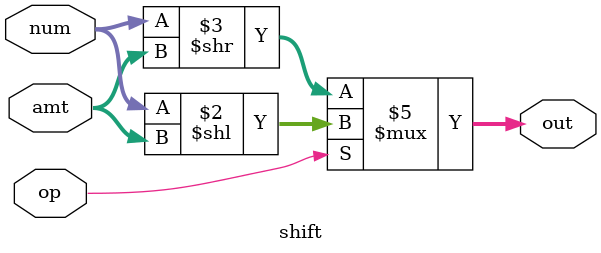
<source format=v>
module shift(
        input  wire [31:0] num,
        input  wire [4:0]  amt,
        input  wire        op,
        output reg  [31:0] out        
    );
    
    always @ (num, amt, op)
    begin
        if (op) 
            begin 
                out = num << amt;
            end
        else
            begin
                out = num >> amt;
            end
    end   
    
endmodule

</source>
